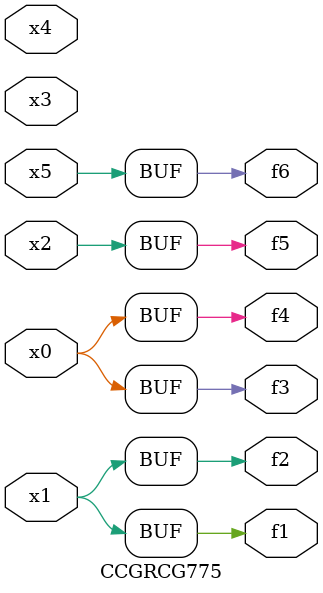
<source format=v>
module CCGRCG775(
	input x0, x1, x2, x3, x4, x5,
	output f1, f2, f3, f4, f5, f6
);
	assign f1 = x1;
	assign f2 = x1;
	assign f3 = x0;
	assign f4 = x0;
	assign f5 = x2;
	assign f6 = x5;
endmodule

</source>
